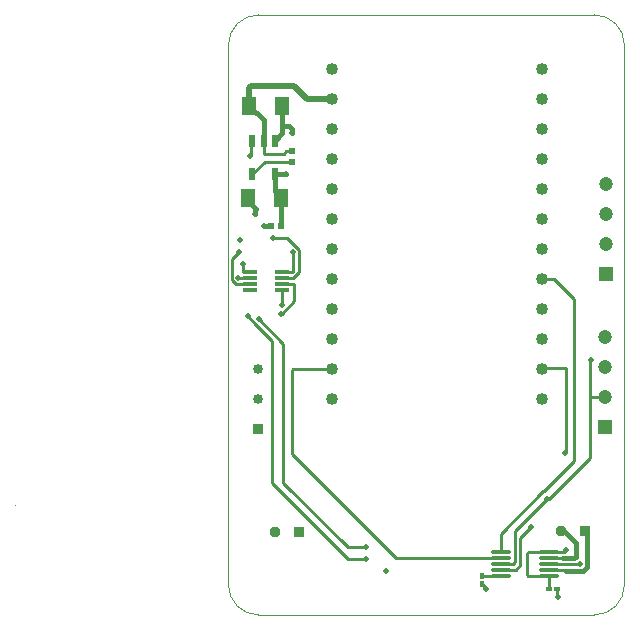
<source format=gbl>
G04 Layer_Physical_Order=4*
G04 Layer_Color=16711680*
%FSLAX25Y25*%
%MOIN*%
G70*
G01*
G75*
%ADD10R,0.02362X0.02362*%
%ADD16C,0.01000*%
%ADD17C,0.01500*%
%ADD18C,0.02000*%
%ADD19C,0.00050*%
%ADD20C,0.00025*%
%ADD21R,0.03740X0.03740*%
%ADD22C,0.03740*%
%ADD23R,0.04724X0.04724*%
%ADD24C,0.04724*%
%ADD25C,0.03347*%
%ADD26R,0.03347X0.03347*%
%ADD27C,0.02000*%
%ADD28C,0.04000*%
%ADD39R,0.02362X0.02362*%
%ADD40R,0.01181X0.01969*%
%ADD41R,0.05118X0.06496*%
%ADD42R,0.01969X0.01181*%
%ADD43O,0.06693X0.01181*%
%ADD44R,0.04724X0.01181*%
%ADD45R,0.02362X0.04134*%
D10*
X-44400Y50957D02*
D03*
Y54500D02*
D03*
D16*
X49700Y-48700D02*
Y5300D01*
X46900Y-45900D02*
Y-17600D01*
X55100Y-27500D02*
Y-15200D01*
X55200Y-15100D01*
X43000Y12000D02*
X49700Y5300D01*
X39700Y-58700D02*
X49700Y-48700D01*
X39162Y12000D02*
X43000D01*
X30100Y-71900D02*
X40600Y-61400D01*
X30100Y-82200D02*
Y-71900D01*
X41400Y-61400D02*
X55100Y-47700D01*
X40600Y-61400D02*
X41400D01*
X25200Y-72972D02*
X39472Y-58700D01*
X25200Y-79094D02*
Y-72972D01*
X39472Y-58700D02*
X39700D01*
X39560Y-17600D02*
X46900D01*
X39138Y-18022D02*
X39560Y-17600D01*
X46800Y-46000D02*
X46900Y-45900D01*
X31700Y-74400D02*
X35400Y-70700D01*
X31700Y-83500D02*
Y-74400D01*
X30200Y-85000D02*
X31700Y-83500D01*
X25200Y-85000D02*
X30200D01*
X-62300Y12384D02*
X-58236D01*
X-60553Y14353D02*
X-58236D01*
X-60800Y14600D02*
Y17100D01*
Y14600D02*
X-60553Y14353D01*
X-25700Y-77500D02*
X-19500D01*
X-25700Y-81200D02*
X-19500D01*
X-44400Y-46200D02*
X-9537Y-81063D01*
X-50900Y-56000D02*
X-25700Y-81200D01*
X-47200Y-56000D02*
X-25700Y-77500D01*
X-59100Y-528D02*
X-56228Y-3400D01*
X-59100Y-528D02*
Y-500D01*
X-56200Y-3400D02*
X-50900Y-8700D01*
X-56228Y-3400D02*
X-56200D01*
X-50900Y-56000D02*
Y-8700D01*
X-47200Y-56000D02*
Y-9600D01*
X-55400Y-1400D02*
X-47200Y-9600D01*
X-44124Y-18024D02*
X-30939D01*
X-44400Y-18300D02*
X-44124Y-18024D01*
X-44400Y-46200D02*
Y-18300D01*
X-9537Y-81063D02*
X25200D01*
X-53473Y50957D02*
X-44400D01*
X-53800Y54000D02*
X-53500Y53700D01*
X-53800Y54000D02*
Y58110D01*
X-53500Y53700D02*
X-47100D01*
X-46300Y54500D01*
X-44400D01*
X-64300Y18700D02*
X-62100Y20900D01*
X-64300Y11556D02*
Y18700D01*
Y11556D02*
X-63128Y10384D01*
X-58268D01*
X-58236Y10416D01*
X-43947Y12384D02*
X-42100Y14231D01*
X-47764Y12384D02*
X-43947D01*
X-50700Y25500D02*
X-45872D01*
X-42100Y21728D01*
Y14231D02*
Y21728D01*
X-44100Y14353D02*
Y20900D01*
X-47764Y14353D02*
X-44100D01*
X-48100Y400D02*
X-47772D01*
X-47700Y3300D02*
Y8400D01*
X-47764Y10416D02*
X-43600D01*
Y4572D02*
Y10416D01*
X-47772Y400D02*
X-43600Y4572D01*
X55100Y-47700D02*
Y-27500D01*
X29269Y-83031D02*
X30100Y-82200D01*
X55100Y-27500D02*
X60000D01*
X25200Y-83031D02*
X29269D01*
X-57540Y46890D02*
X-53473Y50957D01*
X39138Y11976D02*
X39162Y12000D01*
X46550Y-85000D02*
X46900Y-85350D01*
X41342Y-85000D02*
X46550D01*
X48600Y-83100D02*
X51800D01*
X48531Y-83031D02*
X48600Y-83100D01*
X41342Y-83031D02*
X48531D01*
X20500Y-91200D02*
Y-91078D01*
X19100Y-86922D02*
X25154D01*
X25200Y-86968D01*
X41342Y-81063D02*
X46000D01*
X41342Y-79094D02*
X46505D01*
X47100Y-78500D01*
X34269Y-86968D02*
X41342D01*
X34100Y-86800D02*
X34269Y-86968D01*
X34100Y-86800D02*
Y-79400D01*
X34300Y-79200D01*
Y-79000D01*
X41247D01*
X41342Y-79094D01*
X41322Y-91500D02*
Y-86988D01*
X41342Y-86968D01*
X44078Y-93878D02*
Y-91500D01*
Y-93878D02*
X44200Y-94000D01*
X19100Y-89678D02*
X20500Y-91078D01*
X-58400Y53000D02*
X-58153Y53247D01*
Y58110D01*
D17*
X-53500Y29700D02*
X-51400D01*
X-51400Y29700D01*
X-47500Y63000D02*
Y69612D01*
Y60670D02*
Y63000D01*
X-44300Y60700D02*
Y62000D01*
X-45300Y63000D02*
X-44300Y62000D01*
X-47500Y63000D02*
X-45300D01*
X-53800Y58110D02*
Y64888D01*
X-50060Y46890D02*
X-46410D01*
X-56600Y33600D02*
Y35112D01*
X-56400Y35312D01*
X-59500Y38412D02*
X-56400Y35312D01*
X-47888Y33188D02*
X-47857Y33157D01*
Y29700D02*
Y33157D01*
X46900Y-85350D02*
X52732D01*
X54050Y-84032D02*
Y-72676D01*
X52732Y-85350D02*
X54050Y-84032D01*
X53374Y-72000D02*
X54050Y-72676D01*
X49800Y-81000D02*
X50200Y-80600D01*
X46063Y-81000D02*
X49800D01*
X46000Y-81063D02*
X46063Y-81000D01*
X45500Y-72000D02*
X46300D01*
X50200Y-75900D01*
Y-80600D02*
Y-75900D01*
X-50060Y58110D02*
X-47500Y60670D01*
X-47688Y69800D02*
X-47500Y69612D01*
X-58712Y69800D02*
X-53800Y64888D01*
X-50060Y41172D02*
Y46890D01*
Y41172D02*
X-47888Y39000D01*
Y33188D02*
Y39000D01*
X-59500Y38412D02*
X-58912Y39000D01*
D18*
X-58712Y69800D02*
Y75688D01*
X-58000Y76400D01*
X-43700D01*
X-39278Y71978D01*
X-30941D01*
D19*
X-65500Y-90000D02*
G03*
X-55500Y-100000I10000J0D01*
G01*
X56500D02*
G03*
X66500Y-90000I0J10000D01*
G01*
Y90000D02*
G03*
X56500Y100000I-10000J0D01*
G01*
X-55500D02*
G03*
X-65500Y90000I0J-10000D01*
G01*
X-55500Y100000D02*
X56500D01*
X-65500Y-90000D02*
Y90000D01*
X-55500Y-100000D02*
X56500D01*
X66500Y-90000D02*
Y90000D01*
D20*
X-136538Y-63500D02*
G03*
X-136538Y-63500I-13J0D01*
G01*
D21*
X-42000Y-72500D02*
D03*
X53374Y-72000D02*
D03*
D22*
X-49874Y-72500D02*
D03*
X45500Y-72000D02*
D03*
D23*
X60000Y-37500D02*
D03*
X60500Y13500D02*
D03*
D24*
X60000Y-27500D02*
D03*
Y-17500D02*
D03*
Y-7500D02*
D03*
X60500Y43500D02*
D03*
Y33500D02*
D03*
Y23500D02*
D03*
D25*
X-55500Y-18000D02*
D03*
Y-28000D02*
D03*
D26*
Y-38000D02*
D03*
D27*
X40600Y-61400D02*
D03*
X46800Y-46000D02*
D03*
X35400Y-70700D02*
D03*
X-62300Y12384D02*
D03*
X-60800Y17100D02*
D03*
X-19500Y-77500D02*
D03*
Y-81200D02*
D03*
X-59100Y-500D02*
D03*
X-55400Y-1400D02*
D03*
X-53500Y29700D02*
D03*
X-44300Y60700D02*
D03*
X-50700Y25500D02*
D03*
X-44100Y20900D02*
D03*
X-48100Y400D02*
D03*
X-47700Y3300D02*
D03*
X-61500Y25100D02*
D03*
X-62100Y20900D02*
D03*
X-13000Y-85200D02*
D03*
X-46410Y46890D02*
D03*
X-56600Y33600D02*
D03*
X51800Y-83100D02*
D03*
X20500Y-91200D02*
D03*
X55200Y-15100D02*
D03*
X47100Y-78500D02*
D03*
X44200Y-94000D02*
D03*
X-58400Y53000D02*
D03*
D28*
X39138Y-18022D02*
D03*
X39139Y-28022D02*
D03*
X39138Y-8022D02*
D03*
Y1976D02*
D03*
Y11976D02*
D03*
Y21976D02*
D03*
Y31976D02*
D03*
Y41976D02*
D03*
Y51976D02*
D03*
Y61976D02*
D03*
Y71976D02*
D03*
Y81976D02*
D03*
X-30941Y-28022D02*
D03*
X-30939Y-18024D02*
D03*
Y-8024D02*
D03*
Y1976D02*
D03*
Y11976D02*
D03*
Y21976D02*
D03*
Y31976D02*
D03*
Y41976D02*
D03*
Y51976D02*
D03*
Y61976D02*
D03*
X-30941Y71978D02*
D03*
Y81978D02*
D03*
D39*
X-47857Y29700D02*
D03*
X-51400D02*
D03*
D40*
X19100Y-89678D02*
D03*
Y-86922D02*
D03*
D41*
X-47888Y39000D02*
D03*
X-58912D02*
D03*
X-47688Y69800D02*
D03*
X-58712D02*
D03*
D42*
X44078Y-91500D02*
D03*
X41322D02*
D03*
D43*
X41342Y-79094D02*
D03*
Y-81063D02*
D03*
Y-83031D02*
D03*
Y-85000D02*
D03*
Y-86968D02*
D03*
X25200Y-79094D02*
D03*
Y-81063D02*
D03*
Y-83031D02*
D03*
Y-85000D02*
D03*
Y-86968D02*
D03*
D44*
X-47764Y14353D02*
D03*
Y12384D02*
D03*
Y10416D02*
D03*
Y8447D02*
D03*
X-58236Y14353D02*
D03*
Y12384D02*
D03*
Y10416D02*
D03*
Y8447D02*
D03*
D45*
X-57540Y46890D02*
D03*
X-50060D02*
D03*
Y58110D02*
D03*
X-53800D02*
D03*
X-57540D02*
D03*
M02*

</source>
